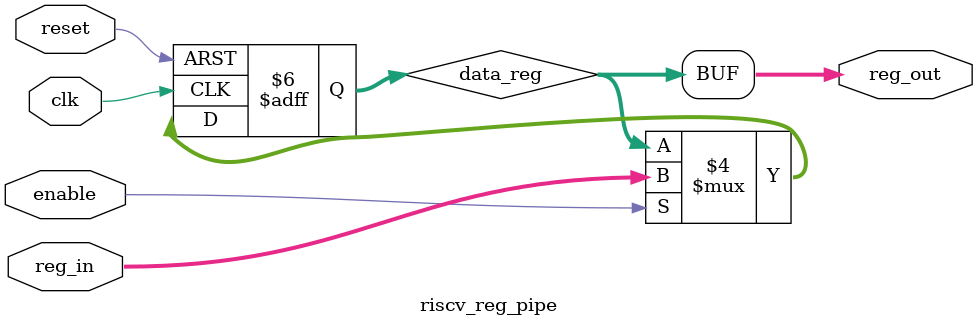
<source format=v>

module riscv_reg_pipe (
	clk,
	reset,
	reg_in,
	reg_out,
	enable
);

  //==========================================
  // Parameter
  //==========================================
  parameter DLY_FF     = 1;
	parameter DATA_WIDTH = 32;
  //==========================================
  //Define port
  //==========================================
	input 											clk;
	input												reset;
	input												enable;
	input  [DATA_WIDTH - 1 : 0]	reg_in;
	output [DATA_WIDTH - 1 : 0]	reg_out;

  //==========================================
  // Internal signal
  //==========================================
	reg [DATA_WIDTH - 1 : 0]	data_reg;

  //==========================================
  // Architecture module
  //==========================================
	always @(posedge clk or posedge reset) begin
		if (reset == 1'b1) begin
			data_reg <= #DLY_FF {DATA_WIDTH{1'b0}};
		end
		else if (enable == 1'b1) begin
			data_reg <= #DLY_FF reg_in;
		end
		else begin

		end
	end

  //==========================================
  //output port
  //==========================================
	assign reg_out = data_reg;

endmodule


</source>
